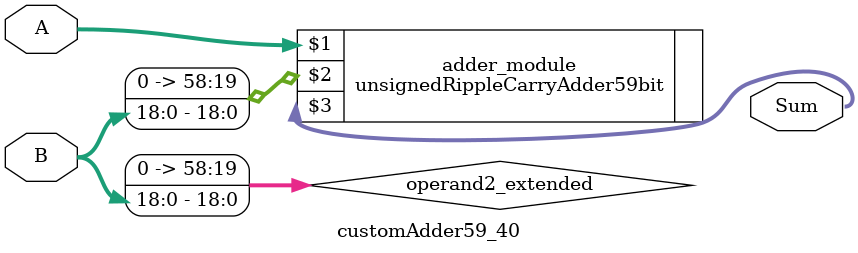
<source format=v>
module customAdder59_40(
                        input [58 : 0] A,
                        input [18 : 0] B,
                        
                        output [59 : 0] Sum
                );

        wire [58 : 0] operand2_extended;
        
        assign operand2_extended =  {40'b0, B};
        
        unsignedRippleCarryAdder59bit adder_module(
            A,
            operand2_extended,
            Sum
        );
        
        endmodule
        
</source>
